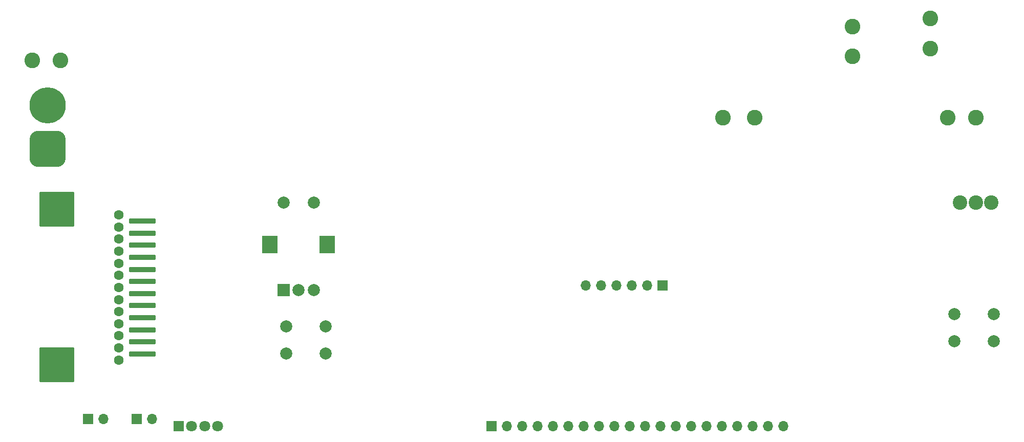
<source format=gbs>
%TF.GenerationSoftware,KiCad,Pcbnew,8.0.8-8.0.8-0~ubuntu24.04.1*%
%TF.CreationDate,2025-02-12T10:46:20-05:00*%
%TF.ProjectId,Strojni_posuv,5374726f-6a6e-4695-9f70-6f7375762e6b,rev?*%
%TF.SameCoordinates,Original*%
%TF.FileFunction,Soldermask,Bot*%
%TF.FilePolarity,Negative*%
%FSLAX46Y46*%
G04 Gerber Fmt 4.6, Leading zero omitted, Abs format (unit mm)*
G04 Created by KiCad (PCBNEW 8.0.8-8.0.8-0~ubuntu24.04.1) date 2025-02-12 10:46:20*
%MOMM*%
%LPD*%
G01*
G04 APERTURE LIST*
G04 Aperture macros list*
%AMRoundRect*
0 Rectangle with rounded corners*
0 $1 Rounding radius*
0 $2 $3 $4 $5 $6 $7 $8 $9 X,Y pos of 4 corners*
0 Add a 4 corners polygon primitive as box body*
4,1,4,$2,$3,$4,$5,$6,$7,$8,$9,$2,$3,0*
0 Add four circle primitives for the rounded corners*
1,1,$1+$1,$2,$3*
1,1,$1+$1,$4,$5*
1,1,$1+$1,$6,$7*
1,1,$1+$1,$8,$9*
0 Add four rect primitives between the rounded corners*
20,1,$1+$1,$2,$3,$4,$5,0*
20,1,$1+$1,$4,$5,$6,$7,0*
20,1,$1+$1,$6,$7,$8,$9,0*
20,1,$1+$1,$8,$9,$2,$3,0*%
G04 Aperture macros list end*
%ADD10C,2.000000*%
%ADD11C,2.600000*%
%ADD12R,2.000000X2.000000*%
%ADD13R,2.500000X3.000000*%
%ADD14R,1.700000X1.700000*%
%ADD15O,1.700000X1.700000*%
%ADD16C,2.400000*%
%ADD17R,1.800000X1.800000*%
%ADD18C,1.800000*%
%ADD19RoundRect,1.500000X1.500000X-1.500000X1.500000X1.500000X-1.500000X1.500000X-1.500000X-1.500000X0*%
%ADD20C,6.000000*%
%ADD21C,1.604000*%
%ADD22RoundRect,0.102000X2.100000X-0.317500X2.100000X0.317500X-2.100000X0.317500X-2.100000X-0.317500X0*%
%ADD23RoundRect,0.102000X2.758000X-2.758000X2.758000X2.758000X-2.758000X2.758000X-2.758000X-2.758000X0*%
G04 APERTURE END LIST*
D10*
%TO.C,SW3*%
X207500000Y-84500000D03*
X214000000Y-84500000D03*
X207500000Y-89000000D03*
X214000000Y-89000000D03*
%TD*%
D11*
%TO.C,J9*%
X206350000Y-52000000D03*
%TD*%
%TO.C,J13*%
X190600000Y-36900000D03*
%TD*%
%TO.C,J11*%
X190600000Y-41800000D03*
%TD*%
D12*
%TO.C,SW5*%
X96550000Y-80500000D03*
D10*
X101550000Y-80500000D03*
X99050000Y-80500000D03*
D13*
X94300000Y-73000000D03*
X103800000Y-73000000D03*
D10*
X96550000Y-66000000D03*
X101550000Y-66000000D03*
%TD*%
D14*
%TO.C,J4*%
X64250000Y-101875000D03*
D15*
X66790000Y-101875000D03*
%TD*%
D11*
%TO.C,J2*%
X55000000Y-42500000D03*
%TD*%
D16*
%TO.C,SW4*%
X208400000Y-66000000D03*
X211000000Y-66000000D03*
X213600000Y-66000000D03*
%TD*%
D14*
%TO.C,J1*%
X130980000Y-103000000D03*
D15*
X133520000Y-103000000D03*
X136060000Y-103000000D03*
X138600000Y-103000000D03*
X141140000Y-103000000D03*
X143680000Y-103000000D03*
X146220000Y-103000000D03*
X148760000Y-103000000D03*
X151300000Y-103000000D03*
X153840000Y-103000000D03*
X156380000Y-103000000D03*
X158920000Y-103000000D03*
X161460000Y-103000000D03*
X164000000Y-103000000D03*
X166540000Y-103000000D03*
X169080000Y-103000000D03*
X171620000Y-103000000D03*
X174160000Y-103000000D03*
X176700000Y-103000000D03*
X179240000Y-103000000D03*
%TD*%
D11*
%TO.C,J12*%
X203500000Y-40500000D03*
%TD*%
%TO.C,J14*%
X203500000Y-35500000D03*
%TD*%
%TO.C,J10*%
X211000000Y-52000000D03*
%TD*%
%TO.C,J7*%
X169250000Y-52000000D03*
%TD*%
D10*
%TO.C,SW2*%
X97000000Y-86500000D03*
X103500000Y-86500000D03*
X97000000Y-91000000D03*
X103500000Y-91000000D03*
%TD*%
D11*
%TO.C,J8*%
X174500000Y-52000000D03*
%TD*%
D14*
%TO.C,J3*%
X72250000Y-101875000D03*
D15*
X74790000Y-101875000D03*
%TD*%
D11*
%TO.C,J6*%
X59650000Y-42500000D03*
%TD*%
D17*
%TO.C,D2*%
X79182000Y-103000000D03*
D18*
X81341000Y-103000000D03*
X83500000Y-103000000D03*
X85659000Y-103000000D03*
%TD*%
D14*
%TO.C,J15*%
X159200000Y-79700000D03*
D15*
X156660000Y-79700000D03*
X154120000Y-79700000D03*
X151580000Y-79700000D03*
X149040000Y-79700000D03*
X146500000Y-79700000D03*
%TD*%
D19*
%TO.C,J5*%
X57500000Y-57100000D03*
D20*
X57500000Y-49900000D03*
%TD*%
D21*
%TO.C,IC1*%
X69330950Y-92070000D03*
D22*
X73230950Y-91070000D03*
D21*
X69330950Y-90070000D03*
D22*
X73230950Y-89070000D03*
D21*
X69330950Y-88070000D03*
D22*
X73230950Y-87070000D03*
D21*
X69330950Y-86070000D03*
D22*
X73230950Y-85070000D03*
D21*
X69330950Y-84070000D03*
D22*
X73230950Y-83070000D03*
D21*
X69330950Y-82070000D03*
D22*
X73230950Y-81070000D03*
D21*
X69330950Y-80070000D03*
D22*
X73230950Y-79070000D03*
D21*
X69330950Y-78070000D03*
D22*
X73230950Y-77070000D03*
D21*
X69330950Y-76070000D03*
D22*
X73230950Y-75070000D03*
D21*
X69330950Y-74070000D03*
D22*
X73230950Y-73070000D03*
D21*
X69330950Y-72070000D03*
D22*
X73230950Y-71070000D03*
D21*
X69330950Y-70070000D03*
D22*
X73230950Y-69070000D03*
D21*
X69330950Y-68070000D03*
D23*
X59030950Y-92900000D03*
X59030950Y-67100000D03*
%TD*%
M02*

</source>
